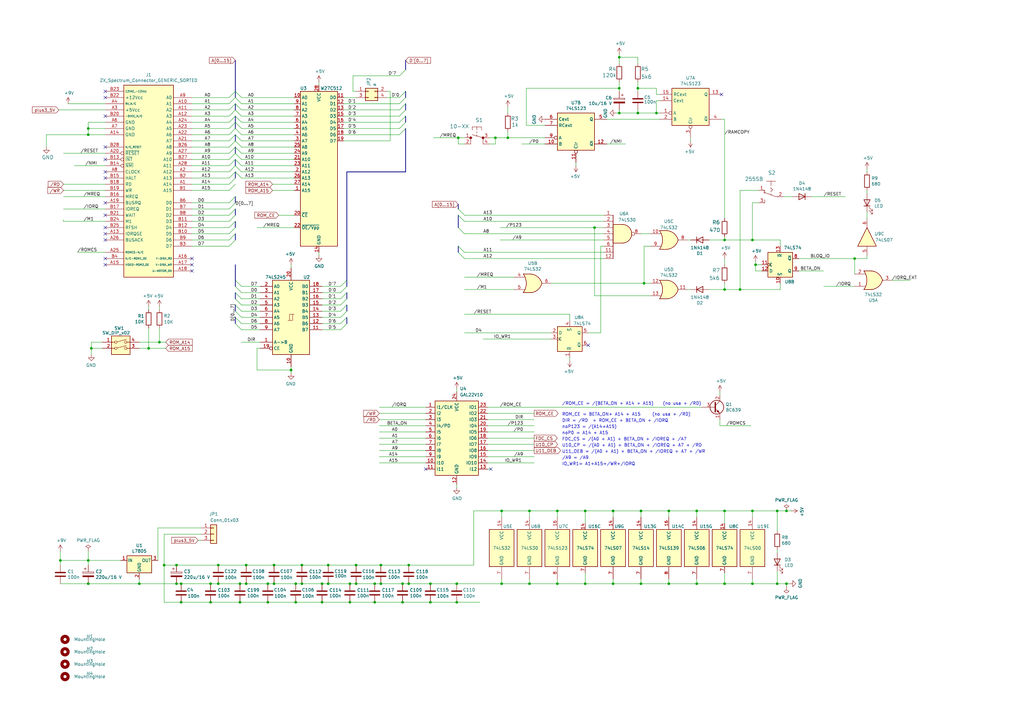
<source format=kicad_sch>
(kicad_sch (version 20200506) (host eeschema "5.99.0-unknown-bc0fc0b~88~ubuntu20.04.1")
  (page "A3")
  (title_block (title "Beta Disk Interface") (date "2020-03-13") (rev "0.3") (company "Alvaro Alea Fdz.") (comment 1 "Based on Rev 5 (Beta 128)") (comment 2 "Under Licence GPL3"))
  (junction (at 176.53 239.395))
  (junction (at 176.53 247.015))
  (junction (at 98.425 239.395))
  (junction (at 251.46 239.395))
  (junction (at 134.62 239.395))
  (junction (at 74.295 247.015))
  (junction (at 262.89 239.395))
  (junction (at 119.38 151.765))
  (junction (at 100.965 239.395))
  (junction (at 123.825 231.775))
  (junction (at 205.74 209.55))
  (junction (at 134.62 231.775))
  (junction (at 112.395 231.775))
  (junction (at 167.64 239.395))
  (junction (at 228.6 239.395))
  (junction (at 274.32 209.55))
  (junction (at 261.62 46.355))
  (junction (at 98.425 247.015))
  (junction (at 262.89 209.55))
  (junction (at 297.18 118.745))
  (junction (at 37.465 142.875))
  (junction (at 203.2 56.515))
  (junction (at 264.16 116.205))
  (junction (at 72.39 231.775))
  (junction (at 187.325 239.395))
  (junction (at 285.75 209.55))
  (junction (at 322.58 209.55))
  (junction (at 205.74 239.395))
  (junction (at 254 46.355))
  (junction (at 36.195 52.705))
  (junction (at 322.58 239.395))
  (junction (at 123.825 239.395))
  (junction (at 146.05 239.395))
  (junction (at 167.64 231.775))
  (junction (at 251.46 209.55))
  (junction (at 254 23.495))
  (junction (at 72.39 239.395))
  (junction (at 86.36 247.015))
  (junction (at 153.67 239.395))
  (junction (at 57.15 239.395))
  (junction (at 187.96 56.515))
  (junction (at 309.88 108.585))
  (junction (at 65.405 140.335))
  (junction (at 112.395 239.395))
  (junction (at 318.77 209.55))
  (junction (at 89.535 239.395))
  (junction (at 217.17 209.55))
  (junction (at 153.67 247.015))
  (junction (at 254 36.195))
  (junction (at 24.765 229.87))
  (junction (at 187.325 247.015))
  (junction (at 350.52 106.045))
  (junction (at 261.62 36.195))
  (junction (at 297.18 239.395))
  (junction (at 121.285 247.015))
  (junction (at 297.18 209.55))
  (junction (at 36.195 55.245))
  (junction (at 308.61 98.425))
  (junction (at 67.31 231.775))
  (junction (at 318.77 239.395))
  (junction (at 60.96 142.875))
  (junction (at 109.855 239.395))
  (junction (at 208.28 56.515))
  (junction (at 89.535 231.775))
  (junction (at 285.75 239.395))
  (junction (at 165.1 239.395))
  (junction (at 308.61 209.55))
  (junction (at 121.285 239.395))
  (junction (at 143.51 247.015))
  (junction (at 100.965 231.775))
  (junction (at 109.855 247.015))
  (junction (at 143.51 239.395))
  (junction (at 308.61 239.395))
  (junction (at 240.03 209.55))
  (junction (at 36.195 239.395))
  (junction (at 132.08 247.015))
  (junction (at 36.195 229.87))
  (junction (at 303.53 118.745))
  (junction (at 243.84 93.345))
  (junction (at 156.21 239.395))
  (junction (at 165.1 247.015))
  (junction (at 274.32 239.395))
  (junction (at 228.6 209.55))
  (junction (at 240.03 239.395))
  (junction (at 74.295 239.395))
  (junction (at 217.17 239.395))
  (junction (at 269.24 46.355))
  (junction (at 156.21 231.775))
  (junction (at 132.08 239.395))
  (junction (at 146.05 231.775))
  (junction (at 297.18 98.425))
  (junction (at 86.36 239.395))
  (no_connect (at 43.18 70.485))
  (no_connect (at 43.18 65.405))
  (no_connect (at 43.18 73.025))
  (no_connect (at 241.3 141.605))
  (no_connect (at 43.18 93.345))
  (no_connect (at 78.74 108.585))
  (no_connect (at 174.625 192.405))
  (no_connect (at 43.18 108.585))
  (no_connect (at 43.18 95.885))
  (no_connect (at 43.18 37.465))
  (no_connect (at 78.74 106.045))
  (no_connect (at 43.18 47.625))
  (no_connect (at 43.18 60.325))
  (no_connect (at 78.74 111.125))
  (no_connect (at 43.18 88.265))
  (no_connect (at 43.18 40.005))
  (no_connect (at 43.18 83.185))
  (no_connect (at 43.18 98.425))
  (no_connect (at 295.91 38.735))
  (no_connect (at 201.295 192.405))
  (no_connect (at 43.18 106.045))
  (bus_entry (at 93.98 40.005) (size 2.54 -2.54))
  (bus_entry (at 93.98 42.545) (size 2.54 -2.54))
  (bus_entry (at 93.98 45.085) (size 2.54 -2.54))
  (bus_entry (at 93.98 47.625) (size 2.54 -2.54))
  (bus_entry (at 93.98 50.165) (size 2.54 -2.54))
  (bus_entry (at 93.98 52.705) (size 2.54 -2.54))
  (bus_entry (at 93.98 55.245) (size 2.54 -2.54))
  (bus_entry (at 93.98 57.785) (size 2.54 -2.54))
  (bus_entry (at 93.98 60.325) (size 2.54 -2.54))
  (bus_entry (at 93.98 62.865) (size 2.54 -2.54))
  (bus_entry (at 93.98 65.405) (size 2.54 -2.54))
  (bus_entry (at 93.98 67.945) (size 2.54 -2.54))
  (bus_entry (at 93.98 70.485) (size 2.54 -2.54))
  (bus_entry (at 93.98 73.025) (size 2.54 -2.54))
  (bus_entry (at 93.98 75.565) (size 2.54 -2.54))
  (bus_entry (at 93.98 78.105) (size 2.54 -2.54))
  (bus_entry (at 93.98 83.185) (size 2.54 -2.54))
  (bus_entry (at 93.98 85.725) (size 2.54 -2.54))
  (bus_entry (at 93.98 88.265) (size 2.54 -2.54))
  (bus_entry (at 93.98 90.805) (size 2.54 -2.54))
  (bus_entry (at 93.98 93.345) (size 2.54 -2.54))
  (bus_entry (at 93.98 95.885) (size 2.54 -2.54))
  (bus_entry (at 93.98 98.425) (size 2.54 -2.54))
  (bus_entry (at 93.98 100.965) (size 2.54 -2.54))
  (bus_entry (at 96.52 37.465) (size 2.54 2.54))
  (bus_entry (at 96.52 40.005) (size 2.54 2.54))
  (bus_entry (at 96.52 42.545) (size 2.54 2.54))
  (bus_entry (at 96.52 45.085) (size 2.54 2.54))
  (bus_entry (at 96.52 47.625) (size 2.54 2.54))
  (bus_entry (at 96.52 50.165) (size 2.54 2.54))
  (bus_entry (at 96.52 52.705) (size 2.54 2.54))
  (bus_entry (at 96.52 55.245) (size 2.54 2.54))
  (bus_entry (at 96.52 57.785) (size 2.54 2.54))
  (bus_entry (at 96.52 60.325) (size 2.54 2.54))
  (bus_entry (at 96.52 62.865) (size 2.54 2.54))
  (bus_entry (at 96.52 65.405) (size 2.54 2.54))
  (bus_entry (at 96.52 67.945) (size 2.54 2.54))
  (bus_entry (at 96.52 70.485) (size 2.54 2.54))
  (bus_entry (at 99.06 117.475) (size -2.54 -2.54))
  (bus_entry (at 99.06 120.015) (size -2.54 -2.54))
  (bus_entry (at 99.06 122.555) (size -2.54 -2.54))
  (bus_entry (at 99.06 125.095) (size -2.54 -2.54))
  (bus_entry (at 99.06 127.635) (size -2.54 -2.54))
  (bus_entry (at 99.06 130.175) (size -2.54 -2.54))
  (bus_entry (at 99.06 132.715) (size -2.54 -2.54))
  (bus_entry (at 99.06 135.255) (size -2.54 -2.54))
  (bus_entry (at 139.7 117.475) (size 2.54 -2.54))
  (bus_entry (at 139.7 120.015) (size 2.54 -2.54))
  (bus_entry (at 139.7 122.555) (size 2.54 -2.54))
  (bus_entry (at 139.7 125.095) (size 2.54 -2.54))
  (bus_entry (at 139.7 127.635) (size 2.54 -2.54))
  (bus_entry (at 139.7 130.175) (size 2.54 -2.54))
  (bus_entry (at 139.7 132.715) (size 2.54 -2.54))
  (bus_entry (at 139.7 135.255) (size 2.54 -2.54))
  (bus_entry (at 163.83 31.115) (size 2.54 -2.54))
  (bus_entry (at 163.83 40.005) (size 2.54 -2.54))
  (bus_entry (at 163.83 42.545) (size 2.54 -2.54))
  (bus_entry (at 163.83 45.085) (size 2.54 -2.54))
  (bus_entry (at 163.83 47.625) (size 2.54 -2.54))
  (bus_entry (at 163.83 50.165) (size 2.54 -2.54))
  (bus_entry (at 163.83 52.705) (size 2.54 -2.54))
  (bus_entry (at 163.83 55.245) (size 2.54 -2.54))
  (bus_entry (at 190.5 88.265) (size -2.54 -2.54))
  (bus_entry (at 190.5 90.805) (size -2.54 -2.54))
  (bus_entry (at 190.5 95.885) (size -2.54 -2.54))
  (bus_entry (at 190.5 103.505) (size -2.54 -2.54))
  (bus_entry (at 190.5 106.045) (size -2.54 -2.54))
  (wire (pts (xy 19.05 55.245) (xy 19.05 60.325)))
  (wire (pts (xy 24.13 45.085) (xy 43.18 45.085)))
  (wire (pts (xy 24.765 226.06) (xy 24.765 229.87)))
  (wire (pts (xy 24.765 229.87) (xy 36.195 229.87)))
  (wire (pts (xy 24.765 231.775) (xy 24.765 229.87)))
  (wire (pts (xy 24.765 239.395) (xy 36.195 239.395)))
  (wire (pts (xy 26.035 62.865) (xy 43.18 62.865)))
  (wire (pts (xy 26.035 75.565) (xy 43.18 75.565)))
  (wire (pts (xy 26.035 78.105) (xy 43.18 78.105)))
  (wire (pts (xy 26.035 85.725) (xy 43.18 85.725)))
  (wire (pts (xy 26.035 90.17) (xy 26.035 90.805)))
  (wire (pts (xy 27.94 42.545) (xy 43.18 42.545)))
  (wire (pts (xy 30.48 67.945) (xy 43.18 67.945)))
  (wire (pts (xy 31.75 103.505) (xy 43.18 103.505)))
  (wire (pts (xy 36.195 50.165) (xy 36.195 52.705)))
  (wire (pts (xy 36.195 52.705) (xy 36.195 55.245)))
  (wire (pts (xy 36.195 52.705) (xy 43.18 52.705)))
  (wire (pts (xy 36.195 55.245) (xy 19.05 55.245)))
  (wire (pts (xy 36.195 226.06) (xy 36.195 229.87)))
  (wire (pts (xy 36.195 229.87) (xy 36.195 231.775)))
  (wire (pts (xy 36.195 229.87) (xy 49.53 229.87)))
  (wire (pts (xy 36.195 239.395) (xy 57.15 239.395)))
  (wire (pts (xy 37.465 140.335) (xy 37.465 142.875)))
  (wire (pts (xy 37.465 142.875) (xy 37.465 145.415)))
  (wire (pts (xy 41.91 140.335) (xy 37.465 140.335)))
  (wire (pts (xy 41.91 142.875) (xy 37.465 142.875)))
  (wire (pts (xy 43.18 50.165) (xy 36.195 50.165)))
  (wire (pts (xy 43.18 55.245) (xy 36.195 55.245)))
  (wire (pts (xy 43.18 80.645) (xy 26.035 80.645)))
  (wire (pts (xy 43.18 90.805) (xy 26.035 90.805)))
  (wire (pts (xy 57.15 142.875) (xy 60.96 142.875)))
  (wire (pts (xy 57.15 237.49) (xy 57.15 239.395)))
  (wire (pts (xy 57.15 239.395) (xy 72.39 239.395)))
  (wire (pts (xy 60.96 125.73) (xy 60.96 127)))
  (wire (pts (xy 60.96 134.62) (xy 60.96 142.875)))
  (wire (pts (xy 60.96 142.875) (xy 67.945 142.875)))
  (wire (pts (xy 64.77 216.535) (xy 82.55 216.535)))
  (wire (pts (xy 64.77 229.87) (xy 64.77 216.535)))
  (wire (pts (xy 65.405 125.73) (xy 65.405 127)))
  (wire (pts (xy 65.405 134.62) (xy 65.405 140.335)))
  (wire (pts (xy 65.405 140.335) (xy 57.15 140.335)))
  (wire (pts (xy 67.31 219.075) (xy 67.31 231.775)))
  (wire (pts (xy 67.31 231.775) (xy 67.31 247.015)))
  (wire (pts (xy 67.31 231.775) (xy 72.39 231.775)))
  (wire (pts (xy 67.31 247.015) (xy 74.295 247.015)))
  (wire (pts (xy 67.945 140.335) (xy 65.405 140.335)))
  (wire (pts (xy 72.39 231.775) (xy 89.535 231.775)))
  (wire (pts (xy 72.39 239.395) (xy 74.295 239.395)))
  (wire (pts (xy 74.295 239.395) (xy 86.36 239.395)))
  (wire (pts (xy 74.295 247.015) (xy 86.36 247.015)))
  (wire (pts (xy 78.74 42.545) (xy 93.98 42.545)))
  (wire (pts (xy 78.74 45.085) (xy 93.98 45.085)))
  (wire (pts (xy 78.74 47.625) (xy 93.98 47.625)))
  (wire (pts (xy 78.74 50.165) (xy 93.98 50.165)))
  (wire (pts (xy 78.74 52.705) (xy 93.98 52.705)))
  (wire (pts (xy 78.74 55.245) (xy 93.98 55.245)))
  (wire (pts (xy 78.74 57.785) (xy 93.98 57.785)))
  (wire (pts (xy 78.74 60.325) (xy 93.98 60.325)))
  (wire (pts (xy 78.74 62.865) (xy 93.98 62.865)))
  (wire (pts (xy 78.74 65.405) (xy 93.98 65.405)))
  (wire (pts (xy 78.74 67.945) (xy 93.98 67.945)))
  (wire (pts (xy 78.74 70.485) (xy 93.98 70.485)))
  (wire (pts (xy 78.74 73.025) (xy 93.98 73.025)))
  (wire (pts (xy 78.74 75.565) (xy 93.98 75.565)))
  (wire (pts (xy 78.74 78.105) (xy 93.98 78.105)))
  (wire (pts (xy 78.74 83.185) (xy 93.98 83.185)))
  (wire (pts (xy 78.74 85.725) (xy 93.98 85.725)))
  (wire (pts (xy 78.74 88.265) (xy 93.98 88.265)))
  (wire (pts (xy 78.74 90.805) (xy 93.98 90.805)))
  (wire (pts (xy 78.74 93.345) (xy 93.98 93.345)))
  (wire (pts (xy 78.74 95.885) (xy 93.98 95.885)))
  (wire (pts (xy 78.74 98.425) (xy 93.98 98.425)))
  (wire (pts (xy 78.74 100.965) (xy 93.98 100.965)))
  (wire (pts (xy 82.55 219.075) (xy 67.31 219.075)))
  (wire (pts (xy 82.55 221.615) (xy 81.28 221.615)))
  (wire (pts (xy 86.36 239.395) (xy 89.535 239.395)))
  (wire (pts (xy 86.36 247.015) (xy 98.425 247.015)))
  (wire (pts (xy 89.535 231.775) (xy 100.965 231.775)))
  (wire (pts (xy 89.535 239.395) (xy 98.425 239.395)))
  (wire (pts (xy 93.98 40.005) (xy 78.74 40.005)))
  (wire (pts (xy 98.425 239.395) (xy 100.965 239.395)))
  (wire (pts (xy 98.425 247.015) (xy 109.855 247.015)))
  (wire (pts (xy 99.06 40.005) (xy 120.65 40.005)))
  (wire (pts (xy 99.06 42.545) (xy 120.65 42.545)))
  (wire (pts (xy 99.06 45.085) (xy 120.65 45.085)))
  (wire (pts (xy 99.06 47.625) (xy 120.65 47.625)))
  (wire (pts (xy 99.06 50.165) (xy 120.65 50.165)))
  (wire (pts (xy 99.06 52.705) (xy 120.65 52.705)))
  (wire (pts (xy 99.06 55.245) (xy 120.65 55.245)))
  (wire (pts (xy 99.06 57.785) (xy 120.65 57.785)))
  (wire (pts (xy 99.06 60.325) (xy 120.65 60.325)))
  (wire (pts (xy 99.06 62.865) (xy 120.65 62.865)))
  (wire (pts (xy 99.06 65.405) (xy 120.65 65.405)))
  (wire (pts (xy 99.06 67.945) (xy 120.65 67.945)))
  (wire (pts (xy 99.06 70.485) (xy 120.65 70.485)))
  (wire (pts (xy 99.06 73.025) (xy 120.65 73.025)))
  (wire (pts (xy 99.06 140.335) (xy 106.68 140.335)))
  (wire (pts (xy 100.965 231.775) (xy 112.395 231.775)))
  (wire (pts (xy 100.965 239.395) (xy 109.855 239.395)))
  (wire (pts (xy 105.41 93.345) (xy 120.65 93.345)))
  (wire (pts (xy 105.41 151.765) (xy 105.41 142.875)))
  (wire (pts (xy 106.68 117.475) (xy 99.06 117.475)))
  (wire (pts (xy 106.68 120.015) (xy 99.06 120.015)))
  (wire (pts (xy 106.68 122.555) (xy 99.06 122.555)))
  (wire (pts (xy 106.68 125.095) (xy 99.06 125.095)))
  (wire (pts (xy 106.68 127.635) (xy 99.06 127.635)))
  (wire (pts (xy 106.68 130.175) (xy 99.06 130.175)))
  (wire (pts (xy 106.68 132.715) (xy 99.06 132.715)))
  (wire (pts (xy 106.68 135.255) (xy 99.06 135.255)))
  (wire (pts (xy 106.68 142.875) (xy 105.41 142.875)))
  (wire (pts (xy 109.855 239.395) (xy 112.395 239.395)))
  (wire (pts (xy 109.855 247.015) (xy 121.285 247.015)))
  (wire (pts (xy 111.76 75.565) (xy 120.65 75.565)))
  (wire (pts (xy 111.76 78.105) (xy 120.65 78.105)))
  (wire (pts (xy 112.395 231.775) (xy 123.825 231.775)))
  (wire (pts (xy 112.395 239.395) (xy 121.285 239.395)))
  (wire (pts (xy 114.3 88.265) (xy 120.65 88.265)))
  (wire (pts (xy 119.38 108.585) (xy 119.38 109.855)))
  (wire (pts (xy 119.38 150.495) (xy 119.38 151.765)))
  (wire (pts (xy 119.38 151.765) (xy 105.41 151.765)))
  (wire (pts (xy 119.38 151.765) (xy 119.38 153.035)))
  (wire (pts (xy 121.285 239.395) (xy 123.825 239.395)))
  (wire (pts (xy 121.285 247.015) (xy 132.08 247.015)))
  (wire (pts (xy 123.825 231.775) (xy 134.62 231.775)))
  (wire (pts (xy 123.825 239.395) (xy 132.08 239.395)))
  (wire (pts (xy 130.81 33.655) (xy 130.81 34.925)))
  (wire (pts (xy 130.81 103.505) (xy 130.81 104.775)))
  (wire (pts (xy 132.08 117.475) (xy 139.7 117.475)))
  (wire (pts (xy 132.08 120.015) (xy 139.7 120.015)))
  (wire (pts (xy 132.08 122.555) (xy 139.7 122.555)))
  (wire (pts (xy 132.08 125.095) (xy 139.7 125.095)))
  (wire (pts (xy 132.08 127.635) (xy 139.7 127.635)))
  (wire (pts (xy 132.08 130.175) (xy 139.7 130.175)))
  (wire (pts (xy 132.08 132.715) (xy 139.7 132.715)))
  (wire (pts (xy 132.08 135.255) (xy 139.7 135.255)))
  (wire (pts (xy 132.08 239.395) (xy 134.62 239.395)))
  (wire (pts (xy 132.08 247.015) (xy 143.51 247.015)))
  (wire (pts (xy 134.62 231.775) (xy 146.05 231.775)))
  (wire (pts (xy 134.62 239.395) (xy 143.51 239.395)))
  (wire (pts (xy 140.97 40.005) (xy 146.05 40.005)))
  (wire (pts (xy 140.97 42.545) (xy 163.83 42.545)))
  (wire (pts (xy 140.97 45.085) (xy 163.83 45.085)))
  (wire (pts (xy 140.97 47.625) (xy 163.83 47.625)))
  (wire (pts (xy 140.97 50.165) (xy 163.83 50.165)))
  (wire (pts (xy 140.97 52.705) (xy 163.83 52.705)))
  (wire (pts (xy 140.97 55.245) (xy 163.83 55.245)))
  (wire (pts (xy 140.97 57.785) (xy 160.02 57.785)))
  (wire (pts (xy 143.51 239.395) (xy 146.05 239.395)))
  (wire (pts (xy 143.51 247.015) (xy 153.67 247.015)))
  (wire (pts (xy 144.78 31.115) (xy 144.78 37.465)))
  (wire (pts (xy 144.78 31.115) (xy 163.83 31.115)))
  (wire (pts (xy 144.78 37.465) (xy 146.05 37.465)))
  (wire (pts (xy 146.05 231.775) (xy 156.21 231.775)))
  (wire (pts (xy 146.05 239.395) (xy 153.67 239.395)))
  (wire (pts (xy 153.67 239.395) (xy 156.21 239.395)))
  (wire (pts (xy 153.67 247.015) (xy 165.1 247.015)))
  (wire (pts (xy 155.575 167.005) (xy 174.625 167.005)))
  (wire (pts (xy 155.575 169.545) (xy 174.625 169.545)))
  (wire (pts (xy 155.575 172.085) (xy 174.625 172.085)))
  (wire (pts (xy 155.575 174.625) (xy 174.625 174.625)))
  (wire (pts (xy 155.575 177.165) (xy 174.625 177.165)))
  (wire (pts (xy 155.575 179.705) (xy 174.625 179.705)))
  (wire (pts (xy 155.575 182.245) (xy 174.625 182.245)))
  (wire (pts (xy 155.575 184.785) (xy 174.625 184.785)))
  (wire (pts (xy 155.575 187.325) (xy 174.625 187.325)))
  (wire (pts (xy 155.575 189.865) (xy 174.625 189.865)))
  (wire (pts (xy 156.21 231.775) (xy 167.64 231.775)))
  (wire (pts (xy 156.21 239.395) (xy 165.1 239.395)))
  (wire (pts (xy 158.75 37.465) (xy 160.02 37.465)))
  (wire (pts (xy 158.75 40.005) (xy 163.83 40.005)))
  (wire (pts (xy 160.02 37.465) (xy 160.02 57.785)))
  (wire (pts (xy 165.1 239.395) (xy 167.64 239.395)))
  (wire (pts (xy 165.1 247.015) (xy 176.53 247.015)))
  (wire (pts (xy 167.64 231.775) (xy 194.31 231.775)))
  (wire (pts (xy 167.64 239.395) (xy 176.53 239.395)))
  (wire (pts (xy 176.53 239.395) (xy 187.325 239.395)))
  (wire (pts (xy 176.53 247.015) (xy 187.325 247.015)))
  (wire (pts (xy 177.8 56.515) (xy 187.96 56.515)))
  (wire (pts (xy 187.325 159.385) (xy 187.325 160.655)))
  (wire (pts (xy 187.325 198.755) (xy 187.325 200.025)))
  (wire (pts (xy 187.325 239.395) (xy 205.74 239.395)))
  (wire (pts (xy 187.325 247.015) (xy 196.85 247.015)))
  (wire (pts (xy 187.96 56.515) (xy 190.5 56.515)))
  (wire (pts (xy 187.96 59.055) (xy 187.96 56.515)))
  (wire (pts (xy 190.5 59.055) (xy 187.96 59.055)))
  (wire (pts (xy 190.5 88.265) (xy 247.65 88.265)))
  (wire (pts (xy 190.5 90.805) (xy 247.65 90.805)))
  (wire (pts (xy 190.5 103.505) (xy 247.65 103.505)))
  (wire (pts (xy 190.5 106.045) (xy 247.65 106.045)))
  (wire (pts (xy 190.5 113.665) (xy 210.82 113.665)))
  (wire (pts (xy 190.5 118.745) (xy 210.82 118.745)))
  (wire (pts (xy 190.5 128.905) (xy 233.68 128.905)))
  (wire (pts (xy 190.5 136.525) (xy 226.06 136.525)))
  (wire (pts (xy 194.31 209.55) (xy 205.74 209.55)))
  (wire (pts (xy 194.31 231.775) (xy 194.31 209.55)))
  (wire (pts (xy 198.12 139.065) (xy 226.06 139.065)))
  (wire (pts (xy 200.025 167.005) (xy 287.655 167.005)))
  (wire (pts (xy 200.025 169.545) (xy 219.075 169.545)))
  (wire (pts (xy 200.025 172.085) (xy 219.075 172.085)))
  (wire (pts (xy 200.025 174.625) (xy 219.075 174.625)))
  (wire (pts (xy 200.025 177.165) (xy 219.075 177.165)))
  (wire (pts (xy 200.025 179.705) (xy 219.075 179.705)))
  (wire (pts (xy 200.025 182.245) (xy 219.075 182.245)))
  (wire (pts (xy 200.025 184.785) (xy 219.075 184.785)))
  (wire (pts (xy 200.025 187.325) (xy 219.075 187.325)))
  (wire (pts (xy 200.025 189.865) (xy 219.075 189.865)))
  (wire (pts (xy 200.025 192.405) (xy 201.295 192.405)))
  (wire (pts (xy 200.66 56.515) (xy 203.2 56.515)))
  (wire (pts (xy 200.66 59.055) (xy 203.2 59.055)))
  (wire (pts (xy 203.2 56.515) (xy 208.28 56.515)))
  (wire (pts (xy 203.2 59.055) (xy 203.2 56.515)))
  (wire (pts (xy 205.105 93.345) (xy 243.84 93.345)))
  (wire (pts (xy 205.74 209.55) (xy 205.74 212.09)))
  (wire (pts (xy 205.74 209.55) (xy 217.17 209.55)))
  (wire (pts (xy 205.74 237.49) (xy 205.74 239.395)))
  (wire (pts (xy 205.74 239.395) (xy 217.17 239.395)))
  (wire (pts (xy 208.28 43.815) (xy 208.28 46.355)))
  (wire (pts (xy 208.28 53.975) (xy 208.28 56.515)))
  (wire (pts (xy 208.28 56.515) (xy 223.52 56.515)))
  (wire (pts (xy 213.995 59.055) (xy 223.52 59.055)))
  (wire (pts (xy 215.9 36.195) (xy 215.9 51.435)))
  (wire (pts (xy 217.17 209.55) (xy 217.17 212.09)))
  (wire (pts (xy 217.17 209.55) (xy 228.6 209.55)))
  (wire (pts (xy 217.17 237.49) (xy 217.17 239.395)))
  (wire (pts (xy 217.17 239.395) (xy 228.6 239.395)))
  (wire (pts (xy 223.52 51.435) (xy 215.9 51.435)))
  (wire (pts (xy 226.06 116.205) (xy 264.16 116.205)))
  (wire (pts (xy 228.6 209.55) (xy 228.6 212.09)))
  (wire (pts (xy 228.6 209.55) (xy 240.03 209.55)))
  (wire (pts (xy 228.6 237.49) (xy 228.6 239.395)))
  (wire (pts (xy 228.6 239.395) (xy 240.03 239.395)))
  (wire (pts (xy 233.68 128.905) (xy 233.68 131.445)))
  (wire (pts (xy 233.68 146.685) (xy 233.68 147.955)))
  (wire (pts (xy 236.22 66.675) (xy 236.22 67.945)))
  (wire (pts (xy 240.03 209.55) (xy 240.03 214.63)))
  (wire (pts (xy 240.03 209.55) (xy 251.46 209.55)))
  (wire (pts (xy 240.03 234.95) (xy 240.03 239.395)))
  (wire (pts (xy 240.03 239.395) (xy 251.46 239.395)))
  (wire (pts (xy 241.3 136.525) (xy 246.38 136.525)))
  (wire (pts (xy 243.84 93.345) (xy 243.84 121.285)))
  (wire (pts (xy 243.84 93.345) (xy 247.65 93.345)))
  (wire (pts (xy 246.38 100.965) (xy 246.38 136.525)))
  (wire (pts (xy 247.65 95.885) (xy 190.5 95.885)))
  (wire (pts (xy 247.65 98.425) (xy 205.105 98.425)))
  (wire (pts (xy 247.65 100.965) (xy 246.38 100.965)))
  (wire (pts (xy 248.92 48.895) (xy 270.51 48.895)))
  (wire (pts (xy 248.92 59.055) (xy 256.54 59.055)))
  (wire (pts (xy 251.46 209.55) (xy 251.46 212.09)))
  (wire (pts (xy 251.46 209.55) (xy 262.89 209.55)))
  (wire (pts (xy 251.46 237.49) (xy 251.46 239.395)))
  (wire (pts (xy 251.46 239.395) (xy 262.89 239.395)))
  (wire (pts (xy 252.73 46.355) (xy 254 46.355)))
  (wire (pts (xy 254 23.495) (xy 254 22.225)))
  (wire (pts (xy 254 23.495) (xy 261.62 23.495)))
  (wire (pts (xy 254 26.035) (xy 254 23.495)))
  (wire (pts (xy 254 33.655) (xy 254 36.195)))
  (wire (pts (xy 254 36.195) (xy 215.9 36.195)))
  (wire (pts (xy 254 36.195) (xy 254 37.465)))
  (wire (pts (xy 254 45.085) (xy 254 46.355)))
  (wire (pts (xy 254 46.355) (xy 261.62 46.355)))
  (wire (pts (xy 261.62 23.495) (xy 261.62 26.035)))
  (wire (pts (xy 261.62 33.655) (xy 261.62 36.195)))
  (wire (pts (xy 261.62 36.195) (xy 261.62 37.465)))
  (wire (pts (xy 261.62 45.085) (xy 261.62 46.355)))
  (wire (pts (xy 261.62 46.355) (xy 269.24 46.355)))
  (wire (pts (xy 262.89 95.885) (xy 266.7 95.885)))
  (wire (pts (xy 262.89 209.55) (xy 262.89 212.09)))
  (wire (pts (xy 262.89 209.55) (xy 274.32 209.55)))
  (wire (pts (xy 262.89 237.49) (xy 262.89 239.395)))
  (wire (pts (xy 262.89 239.395) (xy 274.32 239.395)))
  (wire (pts (xy 264.16 100.965) (xy 264.16 116.205)))
  (wire (pts (xy 264.16 100.965) (xy 266.7 100.965)))
  (wire (pts (xy 266.7 116.205) (xy 264.16 116.205)))
  (wire (pts (xy 266.7 121.285) (xy 243.84 121.285)))
  (wire (pts (xy 269.24 36.195) (xy 261.62 36.195)))
  (wire (pts (xy 269.24 38.735) (xy 269.24 36.195)))
  (wire (pts (xy 269.24 41.275) (xy 269.24 46.355)))
  (wire (pts (xy 269.24 46.355) (xy 270.51 46.355)))
  (wire (pts (xy 270.51 38.735) (xy 269.24 38.735)))
  (wire (pts (xy 270.51 41.275) (xy 269.24 41.275)))
  (wire (pts (xy 274.32 209.55) (xy 274.32 212.09)))
  (wire (pts (xy 274.32 209.55) (xy 285.75 209.55)))
  (wire (pts (xy 274.32 237.49) (xy 274.32 239.395)))
  (wire (pts (xy 274.32 239.395) (xy 285.75 239.395)))
  (wire (pts (xy 281.94 98.425) (xy 283.21 98.425)))
  (wire (pts (xy 283.21 56.515) (xy 283.21 57.785)))
  (wire (pts (xy 283.21 118.745) (xy 281.94 118.745)))
  (wire (pts (xy 285.75 209.55) (xy 285.75 212.09)))
  (wire (pts (xy 285.75 209.55) (xy 297.18 209.55)))
  (wire (pts (xy 285.75 237.49) (xy 285.75 239.395)))
  (wire (pts (xy 285.75 239.395) (xy 297.18 239.395)))
  (wire (pts (xy 290.83 98.425) (xy 297.18 98.425)))
  (wire (pts (xy 295.275 160.655) (xy 295.275 161.925)))
  (wire (pts (xy 295.275 172.085) (xy 295.275 174.625)))
  (wire (pts (xy 295.275 174.625) (xy 307.975 174.625)))
  (wire (pts (xy 297.18 48.895) (xy 295.91 48.895)))
  (wire (pts (xy 297.18 48.895) (xy 297.18 89.535)))
  (wire (pts (xy 297.18 97.155) (xy 297.18 98.425)))
  (wire (pts (xy 297.18 98.425) (xy 308.61 98.425)))
  (wire (pts (xy 297.18 106.045) (xy 297.18 108.585)))
  (wire (pts (xy 297.18 116.205) (xy 297.18 118.745)))
  (wire (pts (xy 297.18 118.745) (xy 290.83 118.745)))
  (wire (pts (xy 297.18 209.55) (xy 297.18 214.63)))
  (wire (pts (xy 297.18 209.55) (xy 308.61 209.55)))
  (wire (pts (xy 297.18 234.95) (xy 297.18 239.395)))
  (wire (pts (xy 297.18 239.395) (xy 308.61 239.395)))
  (wire (pts (xy 303.53 78.105) (xy 303.53 118.745)))
  (wire (pts (xy 303.53 118.745) (xy 297.18 118.745)))
  (wire (pts (xy 308.61 83.185) (xy 308.61 98.425)))
  (wire (pts (xy 308.61 98.425) (xy 320.04 98.425)))
  (wire (pts (xy 308.61 209.55) (xy 308.61 212.09)))
  (wire (pts (xy 308.61 209.55) (xy 318.77 209.55)))
  (wire (pts (xy 308.61 237.49) (xy 308.61 239.395)))
  (wire (pts (xy 308.61 239.395) (xy 318.77 239.395)))
  (wire (pts (xy 309.88 107.315) (xy 309.88 108.585)))
  (wire (pts (xy 309.88 108.585) (xy 312.42 108.585)))
  (wire (pts (xy 309.88 111.125) (xy 309.88 108.585)))
  (wire (pts (xy 311.15 78.105) (xy 303.53 78.105)))
  (wire (pts (xy 311.15 83.185) (xy 308.61 83.185)))
  (wire (pts (xy 312.42 111.125) (xy 309.88 111.125)))
  (wire (pts (xy 318.77 209.55) (xy 318.77 217.805)))
  (wire (pts (xy 318.77 209.55) (xy 322.58 209.55)))
  (wire (pts (xy 318.77 225.425) (xy 318.77 226.695)))
  (wire (pts (xy 318.77 234.315) (xy 318.77 239.395)))
  (wire (pts (xy 318.77 239.395) (xy 322.58 239.395)))
  (wire (pts (xy 320.04 98.425) (xy 320.04 100.965)))
  (wire (pts (xy 320.04 116.205) (xy 320.04 118.745)))
  (wire (pts (xy 320.04 118.745) (xy 303.53 118.745)))
  (wire (pts (xy 321.31 80.645) (xy 325.12 80.645)))
  (wire (pts (xy 322.58 209.55) (xy 324.485 209.55)))
  (wire (pts (xy 322.58 239.395) (xy 323.85 239.395)))
  (wire (pts (xy 322.58 240.665) (xy 322.58 239.395)))
  (wire (pts (xy 327.66 106.045) (xy 350.52 106.045)))
  (wire (pts (xy 327.66 111.125) (xy 337.82 111.125)))
  (wire (pts (xy 332.74 80.645) (xy 346.71 80.645)))
  (wire (pts (xy 337.82 117.475) (xy 350.52 117.475)))
  (wire (pts (xy 350.52 106.045) (xy 350.52 112.395)))
  (wire (pts (xy 350.52 106.045) (xy 355.6 106.045)))
  (wire (pts (xy 355.6 69.215) (xy 355.6 70.485)))
  (wire (pts (xy 355.6 78.105) (xy 355.6 79.375)))
  (wire (pts (xy 355.6 86.995) (xy 355.6 89.535)))
  (wire (pts (xy 355.6 106.045) (xy 355.6 104.775)))
  (wire (pts (xy 365.76 114.935) (xy 373.38 114.935)))
  (bus (pts (xy 96.52 24.765) (xy 96.52 37.465)))
  (bus (pts (xy 96.52 37.465) (xy 96.52 42.545)))
  (bus (pts (xy 96.52 42.545) (xy 96.52 47.625)))
  (bus (pts (xy 96.52 47.625) (xy 96.52 50.165)))
  (bus (pts (xy 96.52 50.165) (xy 96.52 55.245)))
  (bus (pts (xy 96.52 55.245) (xy 96.52 60.325)))
  (bus (pts (xy 96.52 60.325) (xy 96.52 65.405)))
  (bus (pts (xy 96.52 65.405) (xy 96.52 70.485)))
  (bus (pts (xy 96.52 70.485) (xy 96.52 75.565)))
  (bus (pts (xy 96.52 80.645) (xy 96.52 85.725)))
  (bus (pts (xy 96.52 85.725) (xy 96.52 90.805)))
  (bus (pts (xy 96.52 90.805) (xy 96.52 95.885)))
  (bus (pts (xy 96.52 95.885) (xy 96.52 107.95)))
  (bus (pts (xy 96.52 108.585) (xy 96.52 114.935)))
  (bus (pts (xy 96.52 114.935) (xy 96.52 120.015)))
  (bus (pts (xy 96.52 120.015) (xy 96.52 125.095)))
  (bus (pts (xy 96.52 125.095) (xy 96.52 130.175)))
  (bus (pts (xy 96.52 130.175) (xy 96.52 132.715)))
  (bus (pts (xy 142.24 70.485) (xy 142.24 114.935)))
  (bus (pts (xy 142.24 114.935) (xy 142.24 120.015)))
  (bus (pts (xy 142.24 120.015) (xy 142.24 125.095)))
  (bus (pts (xy 142.24 125.095) (xy 142.24 130.175)))
  (bus (pts (xy 142.24 130.175) (xy 142.24 141.605)))
  (bus (pts (xy 166.37 24.765) (xy 166.37 37.465)))
  (bus (pts (xy 166.37 37.465) (xy 166.37 42.545)))
  (bus (pts (xy 166.37 42.545) (xy 166.37 47.625)))
  (bus (pts (xy 166.37 47.625) (xy 166.37 52.705)))
  (bus (pts (xy 166.37 52.705) (xy 166.37 70.485)))
  (bus (pts (xy 166.37 70.485) (xy 142.24 70.485)))
  (bus (pts (xy 187.96 83.82) (xy 187.96 88.265)))
  (bus (pts (xy 187.96 88.265) (xy 187.96 100.965)))
  (bus (pts (xy 187.96 100.965) (xy 187.96 103.505)))
  (text "/ROM_CE = /(BETA_ON + A14 + A15)    (no usa + /RD)" (at 230.505 166.37 0) (effects (font (size 1.27 1.27)) (justify left bottom)))
  (text "ROM_CE = BETA_ON+ A14 + A15     (no usa + /RD)" (at 230.505 170.815 0) (effects (font (size 1.27 1.27)) (justify left bottom)))
  (text "DIR = /RD  + ROM_CE + BETA_ON + /IORQ " (at 230.505 173.355 0) (effects (font (size 1.27 1.27)) (justify left bottom)))
  (text "noP123 = /(A14+A15) " (at 230.505 175.895 0) (effects (font (size 1.27 1.27)) (justify left bottom)))
  (text "noP0 = A14 + A15" (at 230.505 178.435 0) (effects (font (size 1.27 1.27)) (justify left bottom)))
  (text "FDC_CS = /(A0 + A1) + BETA_ON + /IOREQ + /A7 " (at 230.505 180.975 0) (effects (font (size 1.27 1.27)) (justify left bottom)))
  (text "U10_CP = /(A0 + A1) + BETA_ON + /IOREQ + A7 + /RD" (at 230.505 183.515 0) (effects (font (size 1.27 1.27)) (justify left bottom)))
  (text "U11_OEB = /(A0 + A1) + BETA_ON + /IOREQ + A7 + /WR" (at 230.505 186.055 0) (effects (font (size 1.27 1.27)) (justify left bottom)))
  (text "/A9 = /A9" (at 230.505 188.595 0) (effects (font (size 1.27 1.27)) (justify left bottom)))
  (text "IO_WR1= A1+A15+/WR+/IORQ" (at 230.505 191.135 0) (effects (font (size 1.27 1.27)) (justify left bottom)))
  (label "{slash}ROMCS" (at 31.75 103.505 0))
  (label "{slash}RESET" (at 33.02 62.865 0))
  (label "{slash}MREQ" (at 34.29 80.645 0))
  (label "{slash}IORQ" (at 34.29 85.725 0))
  (label "{slash}M1" (at 34.29 90.805 0))
  (label "{slash}NMI" (at 34.925 67.945 0))
  (label "D0" (at 83.82 83.185 180))
  (label "D1" (at 83.82 85.725 180))
  (label "D2" (at 83.82 88.265 180))
  (label "D3" (at 83.82 90.805 180))
  (label "D4" (at 83.82 93.345 180))
  (label "D5" (at 83.82 95.885 180))
  (label "D6" (at 83.82 98.425 180))
  (label "D7" (at 83.82 100.965 180))
  (label "A0" (at 86.36 40.005 180))
  (label "A1" (at 86.36 42.545 180))
  (label "A2" (at 86.36 45.085 180))
  (label "A3" (at 86.36 47.625 180))
  (label "A4" (at 86.36 50.165 180))
  (label "A5" (at 86.36 52.705 180))
  (label "A6" (at 86.36 55.245 180))
  (label "A7" (at 86.36 57.785 180))
  (label "A8" (at 86.36 60.325 180))
  (label "A9" (at 86.36 62.865 180))
  (label "A10" (at 86.36 65.405 180))
  (label "A11" (at 86.36 67.945 180))
  (label "A12" (at 86.36 70.485 180))
  (label "A13" (at 86.36 73.025 180))
  (label "A14" (at 86.36 75.565 180))
  (label "A15" (at 86.36 78.105 180))
  (label "D[0...7]" (at 96.52 84.455 0))
  (label "D[0...7]" (at 96.52 124.46 270))
  (label "D7" (at 102.87 117.475 0))
  (label "D0" (at 102.87 120.015 0))
  (label "D1" (at 102.87 122.555 0))
  (label "D2" (at 102.87 125.095 0))
  (label "D3" (at 102.87 127.635 0))
  (label "D4" (at 102.87 130.175 0))
  (label "D6" (at 102.87 132.715 0))
  (label "D5" (at 102.87 135.255 0))
  (label "A0" (at 104.14 40.005 180))
  (label "A1" (at 104.14 42.545 180))
  (label "A2" (at 104.14 45.085 180))
  (label "A3" (at 104.14 47.625 180))
  (label "A4" (at 104.14 50.165 180))
  (label "A5" (at 104.14 52.705 180))
  (label "A6" (at 104.14 55.245 180))
  (label "A7" (at 104.14 57.785 180))
  (label "A8" (at 104.14 60.325 180))
  (label "A9" (at 104.14 62.865 180))
  (label "A10" (at 104.14 65.405 180))
  (label "A11" (at 104.14 67.945 180))
  (label "A12" (at 104.14 70.485 180))
  (label "A13" (at 104.14 73.025 180))
  (label "DIR" (at 104.775 140.335 180))
  (label "{slash}MREQ" (at 107.95 93.345 0))
  (label "D'7" (at 134.62 117.475 0))
  (label "D'0" (at 134.62 120.015 0))
  (label "D'1" (at 134.62 122.555 0))
  (label "D'2" (at 134.62 125.095 0))
  (label "D'3" (at 134.62 127.635 0))
  (label "D'4" (at 134.62 130.175 0))
  (label "D'6" (at 134.62 132.715 0))
  (label "D'5" (at 134.62 135.255 0))
  (label "D'1" (at 146.05 42.545 180))
  (label "D'2" (at 146.05 45.085 180))
  (label "D'3" (at 146.05 47.625 180))
  (label "D'4" (at 146.05 50.165 180))
  (label "D'5" (at 146.05 52.705 180))
  (label "D'6" (at 146.05 55.245 180))
  (label "{slash}IORQ" (at 160.655 167.005 0))
  (label "A0" (at 160.655 177.165 0))
  (label "D'7" (at 162.56 31.115 180))
  (label "A1" (at 163.195 179.705 180))
  (label "A7" (at 163.195 182.245 180))
  (label "A9" (at 163.195 184.785 180))
  (label "A14" (at 163.195 187.325 180))
  (label "A15" (at 163.195 189.865 180))
  (label "D'0" (at 163.83 40.005 180))
  (label "BETA_ON" (at 167.005 174.625 180))
  (label "{slash}MREQ" (at 180.34 56.515 0))
  (label "{slash}RESET" (at 194.31 128.905 0))
  (label "D4" (at 194.945 136.525 0))
  (label "{slash}MREQ" (at 195.58 113.665 0))
  (label "{slash}M1" (at 195.58 118.745 0))
  (label "A8" (at 200.66 95.885 180))
  (label "A13" (at 201.93 88.265 180))
  (label "A10" (at 201.93 90.805 180))
  (label "A11" (at 201.93 103.505 180))
  (label "A12" (at 201.93 106.045 180))
  (label "IO_WR1" (at 209.55 139.065 180))
  (label "{slash}P123" (at 213.995 93.345 180))
  (label "{slash}A9" (at 213.995 98.425 180))
  (label "{slash}ROM_CE" (at 213.995 167.005 180))
  (label "IO_WR1" (at 213.995 189.865 180))
  (label "DIR" (at 214.63 172.085 180))
  (label "{slash}P123" (at 214.63 174.625 180))
  (label "{slash}P0" (at 214.63 177.165 180))
  (label "{slash}A9" (at 214.63 187.325 180))
  (label "{slash}P0" (at 220.98 59.055 180))
  (label "{slash}NMI" (at 250.19 59.055 0))
  (label "{slash}RAMCOPY" (at 297.18 55.245 0))
  (label "{slash}ROMCS" (at 297.815 174.625 0))
  (label "BETA_ON" (at 336.55 111.125 180))
  (label "{slash}RESET" (at 337.82 80.645 0))
  (label "BLOQ_IO" (at 340.36 106.045 180))
  (label "{slash}IORQ" (at 342.9 117.475 0))
  (label "{slash}IORQ_EXT" (at 365.76 114.935 0))
  (global_label "plus3_5V" (shape input) (at 24.13 45.085 180))
  (global_label "{slash}RD" (shape input) (at 26.035 75.565 180))
  (global_label "{slash}WR" (shape input) (at 26.035 78.105 180))
  (global_label "ROM_A14" (shape input) (at 67.945 140.335 0))
  (global_label "ROM_A15" (shape input) (at 67.945 142.875 0))
  (global_label "plus3_5V" (shape input) (at 81.28 221.615 180))
  (global_label "A[0...15]" (shape input) (at 96.52 24.765 180))
  (global_label "ROM_A14" (shape input) (at 111.76 75.565 180))
  (global_label "ROM_A15" (shape input) (at 111.76 78.105 180))
  (global_label "ROM_CE" (shape input) (at 114.3 88.265 180))
  (global_label "{slash}WR" (shape input) (at 155.575 169.545 180))
  (global_label "{slash}RD" (shape input) (at 155.575 172.085 180))
  (global_label "D'[0...7]" (shape input) (at 166.37 24.765 0))
  (global_label "A[0...15]" (shape input) (at 187.96 83.82 180))
  (global_label "ROM_CE" (shape output) (at 219.075 169.545 0))
  (global_label "FDC_CS" (shape output) (at 219.075 179.705 0))
  (global_label "U10_CP" (shape output) (at 219.075 182.245 0))
  (global_label "U11_OEB" (shape output) (at 219.075 184.785 0))
  (symbol (lib_id "power:PWR_FLAG") (at 36.195 226.06 0) (unit 1)
    (property "Reference" "#FLG01" (effects hide))
    (property "Value" "PWR_FLAG" (at 36.195 221.6404 0))
  )
  (symbol (lib_id "power:PWR_FLAG") (at 322.58 209.55 0) (unit 1)
    (property "Reference" "#FLG02" (effects hide))
    (property "Value" "PWR_FLAG" (at 322.58 205.1304 0))
  )
  (symbol (lib_id "power:PWR_FLAG") (at 322.58 240.665 180) (unit 1)
    (property "Reference" "#FLG03" (effects hide))
    (property "Value" "PWR_FLAG" (at 322.58 245.0846 0))
  )
  (symbol (lib_id "power:+9V") (at 24.765 226.06 0) (unit 1)
    (property "Reference" "#PWR027" (effects hide))
    (property "Value" "+9V" (at 25.146 221.6658 0))
  )
  (symbol (lib_id "power:+9V") (at 27.94 42.545 0) (unit 1)
    (property "Reference" "#PWR026" (effects hide))
    (property "Value" "+9V" (at 28.321 38.1508 0))
  )
  (symbol (lib_id "power:+5V") (at 60.96 125.73 0) (mirror y) (unit 1)
    (property "Reference" "#PWR029" (effects hide))
    (property "Value" "+5V" (at 60.579 121.3358 0))
  )
  (symbol (lib_id "power:+5V") (at 65.405 125.73 0) (mirror y) (unit 1)
    (property "Reference" "#PWR030" (effects hide))
    (property "Value" "+5V" (at 65.024 121.3358 0))
  )
  (symbol (lib_id "power:+5V") (at 119.38 108.585 0) (mirror y) (unit 1)
    (property "Reference" "#PWR031" (effects hide))
    (property "Value" "+5V" (at 118.999 104.1908 0))
  )
  (symbol (lib_id "power:+5V") (at 130.81 33.655 0) (unit 1)
    (property "Reference" "#PWR033" (effects hide))
    (property "Value" "+5V" (at 131.191 29.2608 0))
  )
  (symbol (lib_id "power:+5V") (at 187.325 159.385 0) (unit 1)
    (property "Reference" "#PWR035" (effects hide))
    (property "Value" "+5V" (at 187.706 154.9908 0))
  )
  (symbol (lib_id "power:+5V") (at 208.28 43.815 0) (unit 1)
    (property "Reference" "#PWR037" (effects hide))
    (property "Value" "+5V" (at 208.661 39.4208 0))
  )
  (symbol (lib_id "power:+5V") (at 233.68 147.955 180) (unit 1)
    (property "Reference" "#PWR039" (effects hide))
    (property "Value" "+5V" (at 233.299 152.3492 0))
  )
  (symbol (lib_id "power:+5V") (at 236.22 67.945 180) (unit 1)
    (property "Reference" "#PWR040" (effects hide))
    (property "Value" "+5V" (at 235.839 72.3392 0))
  )
  (symbol (lib_id "power:+5V") (at 254 22.225 0) (unit 1)
    (property "Reference" "#PWR042" (effects hide))
    (property "Value" "+5V" (at 254.381 17.8308 0))
  )
  (symbol (lib_id "power:+5V") (at 283.21 57.785 180) (unit 1)
    (property "Reference" "#PWR043" (effects hide))
    (property "Value" "+5V" (at 282.829 62.1792 0))
  )
  (symbol (lib_id "power:+5V") (at 295.275 160.655 0) (unit 1)
    (property "Reference" "#PWR044" (effects hide))
    (property "Value" "+5V" (at 295.656 156.2608 0))
  )
  (symbol (lib_id "power:+5V") (at 297.18 106.045 0) (unit 1)
    (property "Reference" "#PWR045" (effects hide))
    (property "Value" "+5V" (at 297.561 101.6508 0))
  )
  (symbol (lib_id "power:+5V") (at 309.88 107.315 0) (unit 1)
    (property "Reference" "#PWR046" (effects hide))
    (property "Value" "+5V" (at 310.261 102.9208 0))
  )
  (symbol (lib_id "power:+5V") (at 324.485 209.55 270) (unit 1)
    (property "Reference" "#PWR048" (effects hide))
    (property "Value" "+5V" (at 328.8792 209.931 0))
  )
  (symbol (lib_id "power:+5V") (at 355.6 69.215 0) (unit 1)
    (property "Reference" "#PWR049" (effects hide))
    (property "Value" "+5V" (at 355.981 64.8208 0))
  )
  (symbol (lib_id "power:GND") (at 19.05 60.325 0) (unit 1)
    (property "Reference" "#GND01" (effects hide))
    (property "Value" "GND" (at 17.145 65.405 0) (effects (font (size 1.524 1.524)) (justify left bottom)))
  )
  (symbol (lib_id "power:GND") (at 37.465 145.415 0) (mirror y) (unit 1)
    (property "Reference" "#PWR028" (effects hide))
    (property "Value" "GND" (at 37.338 149.8092 0))
  )
  (symbol (lib_id "power:GND") (at 119.38 153.035 0) (mirror y) (unit 1)
    (property "Reference" "#PWR032" (effects hide))
    (property "Value" "GND" (at 119.253 157.4292 0))
  )
  (symbol (lib_id "power:GND") (at 130.81 104.775 0) (unit 1)
    (property "Reference" "#PWR034" (effects hide))
    (property "Value" "GND" (at 130.937 109.1692 0))
  )
  (symbol (lib_id "power:GND") (at 187.325 200.025 0) (unit 1)
    (property "Reference" "#PWR036" (effects hide))
    (property "Value" "GND" (at 187.452 204.4192 0))
  )
  (symbol (lib_id "power:GND") (at 223.52 48.895 270) (unit 1)
    (property "Reference" "#PWR038" (effects hide))
    (property "Value" "GND" (at 219.1258 49.022 0))
  )
  (symbol (lib_id "power:GND") (at 252.73 46.355 270) (unit 1)
    (property "Reference" "#PWR041" (effects hide))
    (property "Value" "GND" (at 248.3358 46.482 0))
  )
  (symbol (lib_id "power:GND") (at 323.85 239.395 90) (unit 1)
    (property "Reference" "#PWR047" (effects hide))
    (property "Value" "GND" (at 328.2442 239.268 0))
  )
  (symbol (lib_id "Mechanical:MountingHole") (at 26.67 262.255 0) (unit 1)
    (property "Reference" "H1" (at 36.83 260.985 0))
    (property "Value" "MountingHole" (at 36.83 262.255 0))
    (property "Footprint" "MountingHole:MountingHole_3mm" (effects hide))
  )
  (symbol (lib_id "Mechanical:MountingHole") (at 26.67 267.335 0) (unit 1)
    (property "Reference" "H2" (at 36.83 266.065 0))
    (property "Value" "MountingHole" (at 36.83 267.335 0))
    (property "Footprint" "MountingHole:MountingHole_3mm" (effects hide))
  )
  (symbol (lib_id "Mechanical:MountingHole") (at 26.67 272.415 0) (unit 1)
    (property "Reference" "H3" (at 36.83 271.145 0))
    (property "Value" "MountingHole" (at 36.83 272.415 0))
    (property "Footprint" "MountingHole:MountingHole_3mm" (effects hide))
  )
  (symbol (lib_id "Mechanical:MountingHole") (at 26.67 277.495 0) (unit 1)
    (property "Reference" "H4" (at 36.83 276.225 0))
    (property "Value" "MountingHole" (at 36.83 277.495 0))
    (property "Footprint" "MountingHole:MountingHole_3mm" (effects hide))
  )
  (symbol (lib_id "Device:R") (at 60.96 130.81 0) (mirror x) (unit 1)
    (property "Reference" "R1" (at 59.182 129.6416 0) (effects (justify right)))
    (property "Value" "10K" (at 59.182 131.953 0) (effects (justify right)))
    (property "Footprint" "Resistor_THT:R_Axial_DIN0207_L6.3mm_D2.5mm_P7.62mm_Horizontal" (effects hide))
  )
  (symbol (lib_id "Device:R") (at 65.405 130.81 0) (mirror x) (unit 1)
    (property "Reference" "R2" (at 69.85 129.54 0) (effects (justify right)))
    (property "Value" "10K" (at 71.12 132.08 0) (effects (justify right)))
    (property "Footprint" "Resistor_THT:R_Axial_DIN0207_L6.3mm_D2.5mm_P7.62mm_Horizontal" (effects hide))
  )
  (symbol (lib_id "Device:R") (at 208.28 50.165 0) (mirror y) (unit 1)
    (property "Reference" "R3" (at 212.725 49.53 0) (effects (font (size 1.524 1.524)) (justify left bottom)))
    (property "Value" "1k" (at 212.725 52.07 0) (effects (font (size 1.524 1.524)) (justify left bottom)))
    (property "Footprint" "Resistor_THT:R_Axial_DIN0207_L6.3mm_D2.5mm_P7.62mm_Horizontal" (effects hide))
  )
  (symbol (lib_id "Device:R") (at 254 29.845 0) (unit 1)
    (property "Reference" "R4" (at 249.555 29.21 0) (effects (font (size 1.524 1.524)) (justify left bottom)))
    (property "Value" "120k" (at 247.015 31.75 0) (effects (font (size 1.524 1.524)) (justify left bottom)))
    (property "Footprint" "Resistor_THT:R_Axial_DIN0207_L6.3mm_D2.5mm_P7.62mm_Horizontal" (effects hide))
  )
  (symbol (lib_id "Device:R") (at 261.62 29.845 0) (mirror y) (unit 1)
    (property "Reference" "R5" (at 266.065 29.21 0) (effects (font (size 1.524 1.524)) (justify left bottom)))
    (property "Value" "5k6" (at 267.335 32.385 0) (effects (font (size 1.524 1.524)) (justify left bottom)))
    (property "Footprint" "Resistor_THT:R_Axial_DIN0207_L6.3mm_D2.5mm_P7.62mm_Horizontal" (effects hide))
  )
  (symbol (lib_id "Device:R") (at 297.18 93.345 0) (unit 1)
    (property "Reference" "R6" (at 292.1 92.075 0) (effects (font (size 1.524 1.524)) (justify left bottom)))
    (property "Value" "470" (at 290.83 95.25 0) (effects (font (size 1.524 1.524)) (justify left bottom)))
    (property "Footprint" "Resistor_THT:R_Axial_DIN0207_L6.3mm_D2.5mm_P7.62mm_Horizontal" (effects hide))
  )
  (symbol (lib_id "Device:R") (at 297.18 112.395 0) (unit 1)
    (property "Reference" "R7" (at 292.1 111.76 0) (effects (font (size 1.524 1.524)) (justify left bottom)))
    (property "Value" "5k6" (at 290.83 114.935 0) (effects (font (size 1.524 1.524)) (justify left bottom)))
    (property "Footprint" "Resistor_THT:R_Axial_DIN0207_L6.3mm_D2.5mm_P7.62mm_Horizontal" (effects hide))
  )
  (symbol (lib_id "Device:R") (at 318.77 221.615 180) (unit 1)
    (property "Reference" "R8" (at 320.548 220.4466 0) (effects (justify right)))
    (property "Value" "680" (at 320.548 222.758 0) (effects (justify right)))
    (property "Footprint" "Resistor_THT:R_Axial_DIN0207_L6.3mm_D2.5mm_P7.62mm_Horizontal" (effects hide))
  )
  (symbol (lib_id "Device:R") (at 355.6 74.295 180) (unit 1)
    (property "Reference" "R9" (at 357.378 73.1266 0) (effects (justify right)))
    (property "Value" "680" (at 357.378 75.438 0) (effects (justify right)))
    (property "Footprint" "Resistor_THT:R_Axial_DIN0207_L6.3mm_D2.5mm_P7.62mm_Horizontal" (effects hide))
  )
  (symbol (lib_id "Diode:1N4148") (at 287.02 98.425 0) (unit 1)
    (property "Reference" "D1" (at 287.02 103.9114 0))
    (property "Value" "1N4148" (at 287.02 101.6 0))
    (property "Footprint" "Diode_THT:D_DO-35_SOD27_P7.62mm_Horizontal" (effects hide))
    (property "Datasheet" "http://www.nxp.com/documents/data_sheet/1N4148_1N4448.pdf" (effects hide))
  )
  (symbol (lib_id "Diode:1N4148") (at 287.02 118.745 0) (unit 1)
    (property "Reference" "D2" (at 287.02 124.2314 0))
    (property "Value" "1N4148" (at 287.02 121.92 0))
    (property "Footprint" "Diode_THT:D_DO-35_SOD27_P7.62mm_Horizontal" (effects hide))
    (property "Datasheet" "http://www.nxp.com/documents/data_sheet/1N4148_1N4448.pdf" (effects hide))
  )
  (symbol (lib_id "Diode:1N4148") (at 328.93 80.645 180) (unit 1)
    (property "Reference" "D4" (at 328.93 75.1586 0))
    (property "Value" "1N4148" (at 328.93 77.47 0))
    (property "Footprint" "Diode_THT:D_DO-35_SOD27_P7.62mm_Horizontal" (effects hide))
    (property "Datasheet" "http://www.nxp.com/documents/data_sheet/1N4148_1N4448.pdf" (effects hide))
  )
  (symbol (lib_id "Device:LED") (at 318.77 230.505 90) (unit 1)
    (property "Reference" "D3" (at 321.7418 229.5398 90) (effects (justify right)))
    (property "Value" "LED" (at 321.7418 231.8512 90) (effects (justify right)))
    (property "Footprint" "LED_THT:LED_D5.0mm" (effects hide))
  )
  (symbol (lib_id "Device:LED") (at 355.6 83.185 90) (unit 1)
    (property "Reference" "D5" (at 358.5718 82.2198 90) (effects (justify right)))
    (property "Value" "LED" (at 358.5718 84.5312 90) (effects (justify right)))
    (property "Footprint" "LED_THT:LED_D5.0mm" (effects hide))
  )
  (symbol (lib_id "Device:C") (at 24.765 235.585 180) (unit 1)
    (property "Reference" "C1" (at 27.686 234.4166 0) (effects (justify right)))
    (property "Value" "100n" (at 27.686 236.728 0) (effects (justify right)))
    (property "Footprint" "Capacitor_THT:C_Disc_D5.0mm_W2.5mm_P5.00mm" (effects hide))
  )
  (symbol (lib_id "Device:CP") (at 36.195 235.585 0) (unit 1)
    (property "Reference" "C2" (at 39.1922 234.4166 0) (effects (justify left)))
    (property "Value" "220u/16 V" (at 39.1922 236.728 0) (effects (justify left)))
    (property "Footprint" "Capacitor_THT:CP_Radial_D7.5mm_P2.50mm" (effects hide))
  )
  (symbol (lib_id "Device:CP") (at 72.39 235.585 0) (unit 1)
    (property "Reference" "C3" (at 75.3872 234.4166 0) (effects (justify left)))
    (property "Value" "220u/16 V" (at 75.3872 236.728 0) (effects (justify left)))
    (property "Footprint" "Capacitor_THT:CP_Radial_D7.5mm_P2.50mm" (effects hide))
  )
  (symbol (lib_id "Device:C") (at 74.295 243.205 0) (unit 1)
    (property "Reference" "C4" (at 79.375 241.935 0) (effects (justify right)))
    (property "Value" "100n" (at 81.915 244.475 0) (effects (justify right)))
    (property "Footprint" "Capacitor_THT:C_Disc_D5.0mm_W2.5mm_P5.00mm" (effects hide))
  )
  (symbol (lib_id "Device:C") (at 86.36 243.205 180) (unit 1)
    (property "Reference" "C103" (at 89.281 242.0366 0) (effects (justify right)))
    (property "Value" "100n" (at 89.281 244.348 0) (effects (justify right)))
    (property "Footprint" "Capacitor_THT:C_Disc_D5.0mm_W2.5mm_P5.00mm" (effects hide))
  )
  (symbol (lib_id "Device:C") (at 89.535 235.585 0) (unit 1)
    (property "Reference" "C122" (at 97.155 234.315 0) (effects (justify right)))
    (property "Value" "100n" (at 97.155 236.855 0) (effects (justify right)))
    (property "Footprint" "Capacitor_THT:C_Disc_D5.0mm_W2.5mm_P5.00mm" (effects hide))
  )
  (symbol (lib_id "Device:C") (at 98.425 243.205 180) (unit 1)
    (property "Reference" "C199" (at 101.346 242.0366 0) (effects (justify right)))
    (property "Value" "100n" (at 101.346 244.348 0) (effects (justify right)))
    (property "Footprint" "Capacitor_THT:C_Disc_D5.0mm_W2.5mm_P5.00mm" (effects hide))
  )
  (symbol (lib_id "Device:C") (at 100.965 235.585 0) (unit 1)
    (property "Reference" "C108" (at 108.585 234.315 0) (effects (justify right)))
    (property "Value" "100n" (at 108.585 236.855 0) (effects (justify right)))
    (property "Footprint" "Capacitor_THT:C_Disc_D5.0mm_W2.5mm_P5.00mm" (effects hide))
  )
  (symbol (lib_id "Device:C") (at 109.855 243.205 0) (unit 1)
    (property "Reference" "C104" (at 117.475 241.935 0) (effects (justify right)))
    (property "Value" "100n" (at 117.475 244.475 0) (effects (justify right)))
    (property "Footprint" "Capacitor_THT:C_Disc_D5.0mm_W2.5mm_P5.00mm" (effects hide))
  )
  (symbol (lib_id "Device:C") (at 112.395 235.585 0) (unit 1)
    (property "Reference" "C107" (at 120.015 234.315 0) (effects (justify right)))
    (property "Value" "100n" (at 120.015 236.855 0) (effects (justify right)))
    (property "Footprint" "Capacitor_THT:C_Disc_D5.0mm_W2.5mm_P5.00mm" (effects hide))
  )
  (symbol (lib_id "Device:C") (at 121.285 243.205 0) (unit 1)
    (property "Reference" "C106" (at 128.905 241.935 0) (effects (justify right)))
    (property "Value" "100n" (at 128.905 244.475 0) (effects (justify right)))
    (property "Footprint" "Capacitor_THT:C_Disc_D5.0mm_W2.5mm_P5.00mm" (effects hide))
  )
  (symbol (lib_id "Device:C") (at 123.825 235.585 180) (unit 1)
    (property "Reference" "C112" (at 126.746 234.4166 0) (effects (justify right)))
    (property "Value" "100n" (at 126.746 236.728 0) (effects (justify right)))
    (property "Footprint" "Capacitor_THT:C_Disc_D5.0mm_W2.5mm_P5.00mm" (effects hide))
  )
  (symbol (lib_id "Device:C") (at 132.08 243.205 180) (unit 1)
    (property "Reference" "C114" (at 135.001 242.0366 0) (effects (justify right)))
    (property "Value" "100n" (at 135.001 244.348 0) (effects (justify right)))
    (property "Footprint" "Capacitor_THT:C_Disc_D5.0mm_W2.5mm_P5.00mm" (effects hide))
  )
  (symbol (lib_id "Device:C") (at 134.62 235.585 0) (unit 1)
    (property "Reference" "C119" (at 142.24 234.315 0) (effects (justify right)))
    (property "Value" "100n" (at 142.24 236.22 0) (effects (justify right)))
    (property "Footprint" "Capacitor_THT:C_Disc_D5.0mm_W2.5mm_P5.00mm" (effects hide))
  )
  (symbol (lib_id "Device:C") (at 143.51 243.205 180) (unit 1)
    (property "Reference" "C111" (at 146.431 242.0366 0) (effects (justify right)))
    (property "Value" "100n" (at 146.431 244.348 0) (effects (justify right)))
    (property "Footprint" "Capacitor_THT:C_Disc_D5.0mm_W2.5mm_P5.00mm" (effects hide))
  )
  (symbol (lib_id "Device:C") (at 146.05 235.585 0) (unit 1)
    (property "Reference" "C116" (at 153.67 234.315 0) (effects (justify right)))
    (property "Value" "100n" (at 153.67 236.855 0) (effects (justify right)))
    (property "Footprint" "Capacitor_THT:C_Disc_D5.0mm_W2.5mm_P5.00mm" (effects hide))
  )
  (symbol (lib_id "Device:C") (at 153.67 243.205 180) (unit 1)
    (property "Reference" "C117" (at 156.591 242.0366 0) (effects (justify right)))
    (property "Value" "100n" (at 156.591 244.348 0) (effects (justify right)))
    (property "Footprint" "Capacitor_THT:C_Disc_D5.0mm_W2.5mm_P5.00mm" (effects hide))
  )
  (symbol (lib_id "Device:C") (at 156.21 235.585 180) (unit 1)
    (property "Reference" "C113" (at 159.131 234.4166 0) (effects (justify right)))
    (property "Value" "100n" (at 159.131 236.728 0) (effects (justify right)))
    (property "Footprint" "Capacitor_THT:C_Disc_D5.0mm_W2.5mm_P5.00mm" (effects hide))
  )
  (symbol (lib_id "Device:C") (at 165.1 243.205 180) (unit 1)
    (property "Reference" "C109" (at 168.021 242.0366 0) (effects (justify right)))
    (property "Value" "100n" (at 168.021 244.348 0) (effects (justify right)))
    (property "Footprint" "Capacitor_THT:C_Disc_D5.0mm_W2.5mm_P5.00mm" (effects hide))
  )
  (symbol (lib_id "Device:C") (at 167.64 235.585 180) (unit 1)
    (property "Reference" "C118" (at 170.561 234.4166 0) (effects (justify right)))
    (property "Value" "100n" (at 170.561 236.728 0) (effects (justify right)))
    (property "Footprint" "Capacitor_THT:C_Disc_D5.0mm_W2.5mm_P5.00mm" (effects hide))
  )
  (symbol (lib_id "Device:C") (at 176.53 243.205 0) (unit 1)
    (property "Reference" "C115" (at 184.15 241.935 0) (effects (justify right)))
    (property "Value" "100n" (at 184.15 244.475 0) (effects (justify right)))
    (property "Footprint" "Capacitor_THT:C_Disc_D5.0mm_W2.5mm_P5.00mm" (effects hide))
  )
  (symbol (lib_id "Device:C") (at 187.325 243.205 0) (unit 1)
    (property "Reference" "C110" (at 194.945 241.935 0) (effects (justify right)))
    (property "Value" "100n" (at 194.945 244.475 0) (effects (justify right)))
    (property "Footprint" "Capacitor_THT:C_Disc_D5.0mm_W2.5mm_P5.00mm" (effects hide))
  )
  (symbol (lib_id "Device:CP") (at 254 41.275 0) (mirror y) (unit 1)
    (property "Reference" "C6" (at 251.0028 40.1066 0) (effects (justify left)))
    (property "Value" "10u/16 V" (at 251.0028 42.418 0) (effects (justify left)))
    (property "Footprint" "Capacitor_THT:CP_Radial_D7.5mm_P2.50mm" (effects hide))
  )
  (symbol (lib_id "Device:C") (at 261.62 41.275 0) (unit 1)
    (property "Reference" "C5" (at 264.16 40.64 0) (effects (justify left bottom)))
    (property "Value" "100n" (at 264.16 42.545 0) (effects (justify left bottom)))
    (property "Footprint" "Capacitor_THT:C_Disc_D5.0mm_W2.5mm_P5.00mm" (effects hide))
  )
  (symbol (lib_id "Connector_Generic:Conn_01x03") (at 87.63 219.075 0) (unit 1)
    (property "Reference" "JP1" (at 87.63 210.82 0))
    (property "Value" "Conn_01x03" (at 92.075 213.36 0))
    (property "Footprint" "Connector_PinHeader_2.54mm:PinHeader_1x03_P2.54mm_Vertical" (effects hide))
  )
  (symbol (lib_id "Connector_Generic:Conn_02x02_Odd_Even") (at 151.13 37.465 0) (unit 1)
    (property "Reference" "JP2" (at 151.2316 35.433 90) (effects (justify left)))
    (property "Value" "a" (at 153.543 35.433 90) (effects (justify left)))
    (property "Footprint" "Connector_PinHeader_2.54mm:PinHeader_2x02_P2.54mm_Vertical" (effects hide))
  )
  (symbol (lib_id "beta128_r0.3-rescue:10-XX-dos_5-0x-eagle-import") (at 195.58 56.515 90) (mirror x) (unit 1)
    (property "Reference" "S1" (at 198.12 50.165 90) (effects (font (size 1.524 1.524)) (justify left bottom)))
    (property "Value" "10-XX" (at 192.405 52.705 90) (effects (font (size 1.524 1.524)) (justify left bottom)))
    (property "Footprint" "Button_Switch_THT:SW_TH_Tactile_Omron_B3F-10xx" (effects hide))
  )
  (symbol (lib_id "beta128_r0.3-rescue:255SB-dos_5-0x-eagle-import") (at 316.23 78.105 90) (mirror x) (unit 1)
    (property "Reference" "S2" (at 318.135 71.755 90) (effects (font (size 1.524 1.524)) (justify left bottom)))
    (property "Value" "255SB" (at 313.055 74.295 90) (effects (font (size 1.524 1.524)) (justify left bottom)))
    (property "Footprint" "SINCLAIR:SW_C&K_710x-xx-xx-Z-_SPDT" (effects hide))
  )
  (symbol (lib_id "Device:Q_NPN_ECB") (at 292.735 167.005 0) (unit 1)
    (property "Reference" "Q1" (at 297.5864 165.862 0) (effects (justify left)))
    (property "Value" "BC639" (at 297.5864 168.148 0) (effects (justify left)))
    (property "Footprint" "Package_TO_SOT_THT:TO-92_Inline" (effects hide))
  )
  (symbol (lib_id "Switch:SW_DIP_x02") (at 49.53 142.875 0) (unit 1)
    (property "Reference" "SW1" (at 48.895 134.62 0))
    (property "Value" "SW_DIP_x02" (at 47.625 136.525 0))
    (property "Footprint" "Button_Switch_THT:SW_DIP_SPSTx02_Slide_9.78x7.26mm_W7.62mm_P2.54mm" (effects hide))
  )
  (symbol (lib_id "74xx:74LS07") (at 355.6 97.155 90) (unit 3)
    (property "Reference" "U9" (at 360.68 95.885 90))
    (property "Value" "74LS07" (at 362.585 98.425 90))
    (property "Footprint" "Package_DIP:DIP-14_W7.62mm_LongPads" (effects hide))
    (property "Datasheet" "www.ti.com/lit/ds/symlink/sn74ls07.pdf" (effects hide))
  )
  (symbol (lib_id "74xx:74LS32") (at 218.44 116.205 0) (unit 2)
    (property "Reference" "U5" (at 218.44 108.0008 0))
    (property "Value" "74LS32" (at 218.44 110.3122 0))
    (property "Footprint" "Package_DIP:DIP-14_W7.62mm_LongPads" (effects hide))
    (property "Datasheet" "http://www.ti.com/lit/gpn/sn74LS32" (effects hide))
  )
  (symbol (lib_id "74xx:74LS32") (at 274.32 98.425 0) (mirror x) (unit 3)
    (property "Reference" "U5" (at 274.32 90.805 0))
    (property "Value" "74LS32" (at 274.32 93.345 0))
    (property "Footprint" "Package_DIP:DIP-14_W7.62mm_LongPads" (effects hide))
    (property "Datasheet" "http://www.ti.com/lit/gpn/sn74LS32" (effects hide))
  )
  (symbol (lib_id "74xx:74LS32") (at 274.32 118.745 0) (unit 4)
    (property "Reference" "U5" (at 274.32 110.5408 0))
    (property "Value" "74LS32" (at 274.32 112.8522 0))
    (property "Footprint" "Package_DIP:DIP-14_W7.62mm_LongPads" (effects hide))
    (property "Datasheet" "http://www.ti.com/lit/gpn/sn74LS32" (effects hide))
  )
  (symbol (lib_id "74xx:74LS32") (at 358.14 114.935 0) (mirror x) (unit 1)
    (property "Reference" "U5" (at 358.14 123.1392 0))
    (property "Value" "74LS32" (at 358.14 120.8278 0))
    (property "Footprint" "Package_DIP:DIP-14_W7.62mm_LongPads" (effects hide))
    (property "Datasheet" "http://www.ti.com/lit/gpn/sn74LS32" (effects hide))
  )
  (symbol (lib_id "Regulator_Linear:L7805") (at 57.15 229.87 0) (unit 1)
    (property "Reference" "U1" (at 57.15 223.7232 0))
    (property "Value" "L7805" (at 57.15 226.0346 0))
    (property "Footprint" "Package_TO_SOT_THT:TO-220-3_Vertical" (effects hide))
    (property "Datasheet" "http://www.st.com/content/ccc/resource/technical/document/datasheet/41/4f/b3/b0/12/d4/47/88/CD00000444.pdf/files/CD00000444.pdf/jcr:content/translations/en.CD00000444.pdf" (effects hide))
  )
  (symbol (lib_id "74xx:74LS74") (at 240.03 224.79 0) (unit 3)
    (property "Reference" "U16" (at 243.84 215.9 0))
    (property "Value" "74LS74" (at 240.03 224.79 0))
    (property "Footprint" "Package_DIP:DIP-14_W7.62mm_LongPads" (effects hide))
    (property "Datasheet" "74xx/74hc_hct74.pdf" (effects hide))
  )
  (symbol (lib_id "74xx:74LS74") (at 297.18 224.79 0) (unit 3)
    (property "Reference" "U8" (at 300.99 215.9 0))
    (property "Value" "74LS74" (at 297.18 224.79 0))
    (property "Footprint" "Package_DIP:DIP-14_W7.62mm_LongPads" (effects hide))
    (property "Datasheet" "74xx/74hc_hct74.pdf" (effects hide))
  )
  (symbol (lib_id "74xx:74LS74") (at 233.68 139.065 0) (unit 1)
    (property "Reference" "U8" (at 237.49 130.175 0))
    (property "Value" "74LS74" (at 238.76 132.715 0))
    (property "Footprint" "Package_DIP:DIP-14_W7.62mm_LongPads" (effects hide))
    (property "Datasheet" "74xx/74hc_hct74.pdf" (effects hide))
  )
  (symbol (lib_id "74xx:74LS74") (at 320.04 108.585 0) (mirror x) (unit 2)
    (property "Reference" "U8" (at 323.85 115.57 0))
    (property "Value" "74LS74" (at 325.12 101.6 0))
    (property "Footprint" "Package_DIP:DIP-14_W7.62mm_LongPads" (effects hide))
    (property "Datasheet" "74xx/74hc_hct74.pdf" (effects hide))
  )
  (symbol (lib_id "74xx:74LS32") (at 205.74 224.79 0) (unit 5)
    (property "Reference" "U5" (at 208.28 215.9 0))
    (property "Value" "74LS32" (at 205.74 224.79 0))
    (property "Footprint" "Package_DIP:DIP-14_W7.62mm_LongPads" (effects hide))
    (property "Datasheet" "http://www.ti.com/lit/gpn/sn74LS32" (effects hide))
  )
  (symbol (lib_id "74xx:74LS30") (at 217.17 224.79 0) (unit 2)
    (property "Reference" "U6" (at 219.71 215.9 0))
    (property "Value" "74LS30" (at 217.17 224.79 0))
    (property "Footprint" "Package_DIP:DIP-14_W7.62mm_LongPads" (effects hide))
    (property "Datasheet" "http://www.ti.com/lit/gpn/sn74LS30" (effects hide))
  )
  (symbol (lib_id "74xx:74LS123") (at 228.6 224.79 0) (unit 3)
    (property "Reference" "U7" (at 231.14 215.9 0))
    (property "Value" "74LS123" (at 228.6 224.79 0))
    (property "Footprint" "Package_DIP:DIP-16_W7.62mm_LongPads" (effects hide))
    (property "Datasheet" "http://www.ti.com/lit/gpn/sn74LS123" (effects hide))
  )
  (symbol (lib_id "74xx:74LS07") (at 251.46 224.79 0) (unit 7)
    (property "Reference" "U9" (at 254 215.9 0))
    (property "Value" "74LS07" (at 251.46 224.79 0))
    (property "Footprint" "Package_DIP:DIP-14_W7.62mm_LongPads" (effects hide))
    (property "Datasheet" "www.ti.com/lit/ds/symlink/sn74ls07.pdf" (effects hide))
  )
  (symbol (lib_id "74xx:74LS14") (at 262.89 224.79 0) (unit 7)
    (property "Reference" "U13" (at 266.7 215.9 0))
    (property "Value" "74LS14" (at 262.89 224.79 0))
    (property "Footprint" "Package_DIP:DIP-14_W7.62mm_LongPads" (effects hide))
    (property "Datasheet" "http://www.ti.com/lit/gpn/sn74LS14" (effects hide))
  )
  (symbol (lib_id "74xx:74LS139") (at 274.32 224.79 0) (unit 3)
    (property "Reference" "U14" (at 278.13 215.9 0))
    (property "Value" "74LS139" (at 274.32 224.79 0))
    (property "Footprint" "Package_DIP:DIP-16_W7.62mm_LongPads" (effects hide))
    (property "Datasheet" "http://www.ti.com/lit/gpn/sn74LS139" (effects hide))
  )
  (symbol (lib_id "74xx:74LS06") (at 285.75 224.79 0) (unit 7)
    (property "Reference" "U15" (at 289.56 215.9 0))
    (property "Value" "74LS06" (at 285.75 224.79 0))
    (property "Footprint" "Package_DIP:DIP-14_W7.62mm_LongPads" (effects hide))
    (property "Datasheet" "http://www.ti.com/lit/gpn/sn74LS06" (effects hide))
  )
  (symbol (lib_id "74xx:74LS00") (at 308.61 224.79 0) (unit 5)
    (property "Reference" "U19" (at 313.055 215.9 0))
    (property "Value" "74LS00" (at 308.61 224.79 0))
    (property "Footprint" "Package_DIP:DIP-14_W7.62mm_LongPads" (effects hide))
    (property "Datasheet" "http://www.ti.com/lit/gpn/sn74ls00" (effects hide))
  )
  (symbol (lib_id "74xx:74LS30") (at 255.27 95.885 0) (unit 1)
    (property "Reference" "U6" (at 255.905 87.63 0))
    (property "Value" "74LS30" (at 257.175 90.17 0))
    (property "Footprint" "Package_DIP:DIP-14_W7.62mm_LongPads" (effects hide))
    (property "Datasheet" "http://www.ti.com/lit/gpn/sn74LS30" (effects hide))
  )
  (symbol (lib_id "74xx:74LS123") (at 236.22 53.975 0) (unit 2)
    (property "Reference" "U7" (at 236.22 42.1386 0))
    (property "Value" "74LS123" (at 236.22 44.45 0))
    (property "Footprint" "Package_DIP:DIP-16_W7.62mm_LongPads" (effects hide))
    (property "Datasheet" "http://www.ti.com/lit/gpn/sn74LS123" (effects hide))
  )
  (symbol (lib_id "74xx:74LS123") (at 283.21 43.815 0) (unit 1)
    (property "Reference" "U7" (at 283.21 31.9786 0))
    (property "Value" "74LS123" (at 283.21 34.29 0))
    (property "Footprint" "Package_DIP:DIP-16_W7.62mm_LongPads" (effects hide))
    (property "Datasheet" "http://www.ti.com/lit/gpn/sn74LS123" (effects hide))
  )
  (symbol (lib_id "8bits:GAL22V10") (at 187.325 179.705 0) (unit 1)
    (property "Reference" "U4" (at 188.595 159.385 0) (effects (justify left)))
    (property "Value" "GAL22V10" (at 188.595 161.925 0) (effects (justify left)))
    (property "Footprint" "Package_DIP:DIP-24_W7.62mm_LongPads" (effects hide))
  )
  (symbol (lib_id "74xx:74LS245") (at 119.38 130.175 0) (unit 1)
    (property "Reference" "U2" (at 125.73 113.665 0))
    (property "Value" "74LS245" (at 113.03 113.665 0))
    (property "Footprint" "Package_DIP:DIP-20_W7.62mm_LongPads" (effects hide))
    (property "Datasheet" "http://www.ti.com/lit/gpn/sn74LS245" (effects hide))
  )
  (symbol (lib_id "8bits:W27C512") (at 130.81 69.215 0) (unit 1)
    (property "Reference" "U3" (at 124.46 36.195 0))
    (property "Value" "W27C512" (at 135.89 36.195 0))
    (property "Footprint" "Package_DIP:DIP-28_W15.24mm_LongPads" (effects hide))
  )
  (symbol (lib_id "8bits:ZX_Spectrum_Connector_GENERIC_SORTED") (at 60.96 69.215 0) (unit 1)
    (property "Reference" "J1" (at 60.96 30.6832 0))
    (property "Value" "ZX_Spectrum_Connector_GENERIC_SORTED" (at 60.96 32.9946 0))
    (property "Footprint" "SINCLAIR:ZX_EDGE_90extend" (effects hide))
  )
)
</source>
